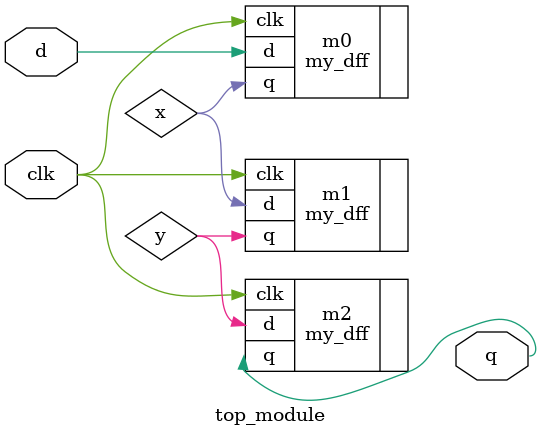
<source format=v>
module top_module ( input clk, input d, output q );
    wire x,y;
    my_dff m0(.clk(clk),.d(d),.q(x));
    my_dff m1(.clk(clk),.d(x),.q(y));
    my_dff m2(.clk(clk),.d(y),.q(q));
    

endmodule

</source>
